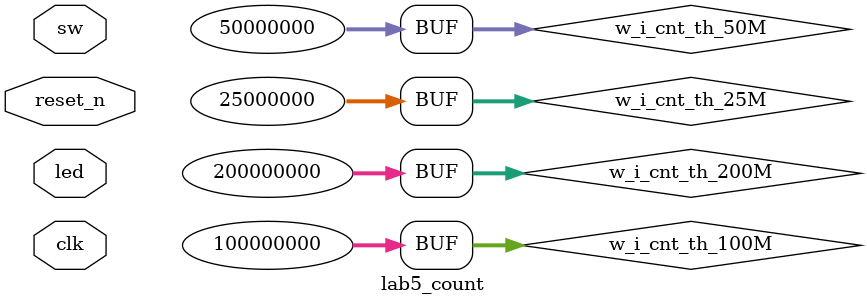
<source format=v>
`timescale 1ns/1ps

module lab5_count(
    input clk,
    input reset_n,
    input [3:0] sw,
    input [3:0] led 
);

`ifdef XSIM
wire [31:0] w_i_cnt_th_25M = 32'd25;
wire [31:0] w_i_cnt_th_50M = 32'd50;
wire [31:0] w_i_cnt_th_100M = 32'd100;
wire [31:0] w_i_cnt_th_200M = 32'd200;
`else
wire [31:0] w_i_cnt_th_25M = 32'd25000000;
wire [31:0] w_i_cnt_th_50M = 32'd50000000;
wire [31:0] w_i_cnt_th_100M = 32'd100000000;
wire [31:0] w_i_cnt_th_200M = 32'd200000000;
`endif 

counter_toggle_out
u_counter_toggle_out_25M
(
    .clk (clk),
    .reset_n (reset_n),
    .enable (sw[0]),
    .i_cnt_th (w_i_cnt_th_25M),
    .o_toggle (led[0])
);

counter_toggle_out
u_counter_toggle_out_50M
(
    .clk (clk),
    .reset_n (reset_n),
    .enable (sw[1]),
    .i_cnt_th (w_i_cnt_th_50M),
    .o_toggle (led[1])
);

counter_toggle_out
u_counter_toggle_out_100M
(
    .clk (clk),
    .reset_n (reset_n),
    .enable (sw[2]),
    .i_cnt_th (w_i_cnt_th_100M),
    .o_toggle (led[2])
);

counter_toggle_out
u_counter_toggle_out_200M
(
    .clk (clk),
    .reset_n (reset_n),
    .enable (sw[3]),
    .i_cnt_th (w_i_cnt_th_200M),
    .o_toggle (led[3])
);

endmodule

</source>
